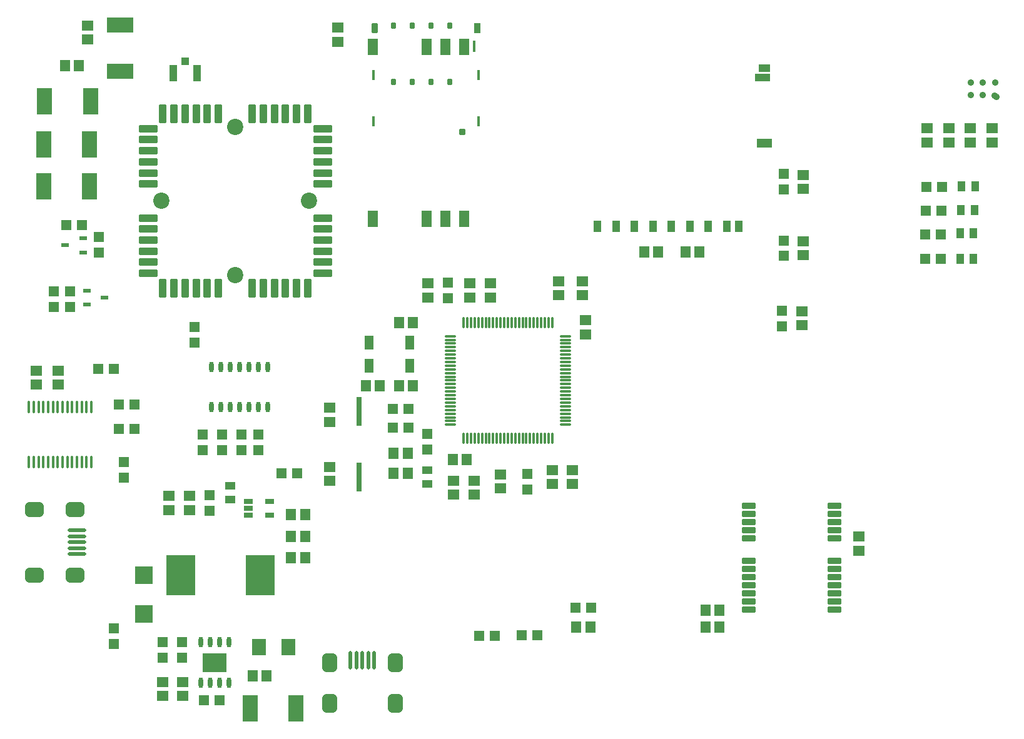
<source format=gtp>
G04 Layer_Color=8421504*
%FSLAX44Y44*%
%MOMM*%
G71*
G01*
G75*
%ADD11R,1.4500X1.3500*%
%ADD12R,1.3500X1.4500*%
G04:AMPARAMS|DCode=13|XSize=2mm|YSize=2.5mm|CornerRadius=0.5mm|HoleSize=0mm|Usage=FLASHONLY|Rotation=0.000|XOffset=0mm|YOffset=0mm|HoleType=Round|Shape=RoundedRectangle|*
%AMROUNDEDRECTD13*
21,1,2.0000,1.5000,0,0,0.0*
21,1,1.0000,2.5000,0,0,0.0*
1,1,1.0000,0.5000,-0.7500*
1,1,1.0000,-0.5000,-0.7500*
1,1,1.0000,-0.5000,0.7500*
1,1,1.0000,0.5000,0.7500*
%
%ADD13ROUNDEDRECTD13*%
%ADD14O,0.5000X2.5000*%
%ADD15R,1.0000X1.6000*%
%ADD16R,2.0000X1.2000*%
%ADD17R,1.5500X1.0000*%
%ADD18R,2.0000X1.0000*%
%ADD19R,3.5500X2.1500*%
%ADD20R,1.4000X1.5500*%
%ADD21R,1.5500X1.4000*%
%ADD22R,2.4500X2.4000*%
%ADD23R,2.1500X3.5500*%
%ADD24R,1.0000X1.4000*%
%ADD25R,1.9500X2.2500*%
%ADD26R,1.4000X1.0000*%
%ADD27R,3.9500X5.5000*%
%ADD28O,0.3500X1.6500*%
%ADD29O,1.6500X0.3500*%
G04:AMPARAMS|DCode=30|XSize=0.8mm|YSize=1.8mm|CornerRadius=0.1mm|HoleSize=0mm|Usage=FLASHONLY|Rotation=270.000|XOffset=0mm|YOffset=0mm|HoleType=Round|Shape=RoundedRectangle|*
%AMROUNDEDRECTD30*
21,1,0.8000,1.6000,0,0,270.0*
21,1,0.6000,1.8000,0,0,270.0*
1,1,0.2000,-0.8000,-0.3000*
1,1,0.2000,-0.8000,0.3000*
1,1,0.2000,0.8000,0.3000*
1,1,0.2000,0.8000,-0.3000*
%
%ADD30ROUNDEDRECTD30*%
%ADD31R,1.0000X0.6000*%
G04:AMPARAMS|DCode=32|XSize=2.5mm|YSize=1mm|CornerRadius=0.125mm|HoleSize=0mm|Usage=FLASHONLY|Rotation=90.000|XOffset=0mm|YOffset=0mm|HoleType=Round|Shape=RoundedRectangle|*
%AMROUNDEDRECTD32*
21,1,2.5000,0.7500,0,0,90.0*
21,1,2.2500,1.0000,0,0,90.0*
1,1,0.2500,0.3750,1.1250*
1,1,0.2500,0.3750,-1.1250*
1,1,0.2500,-0.3750,-1.1250*
1,1,0.2500,-0.3750,1.1250*
%
%ADD32ROUNDEDRECTD32*%
G04:AMPARAMS|DCode=33|XSize=2.5mm|YSize=1mm|CornerRadius=0.125mm|HoleSize=0mm|Usage=FLASHONLY|Rotation=180.000|XOffset=0mm|YOffset=0mm|HoleType=Round|Shape=RoundedRectangle|*
%AMROUNDEDRECTD33*
21,1,2.5000,0.7500,0,0,180.0*
21,1,2.2500,1.0000,0,0,180.0*
1,1,0.2500,-1.1250,0.3750*
1,1,0.2500,1.1250,0.3750*
1,1,0.2500,1.1250,-0.3750*
1,1,0.2500,-1.1250,-0.3750*
%
%ADD33ROUNDEDRECTD33*%
%ADD34C,2.2000*%
%ADD35O,0.6000X1.4500*%
%ADD36C,0.9100*%
%ADD37R,3.2000X2.5100*%
%ADD38R,1.2000X0.6500*%
G04:AMPARAMS|DCode=39|XSize=1.5mm|YSize=0.4mm|CornerRadius=0.05mm|HoleSize=0mm|Usage=FLASHONLY|Rotation=90.000|XOffset=0mm|YOffset=0mm|HoleType=Round|Shape=RoundedRectangle|*
%AMROUNDEDRECTD39*
21,1,1.5000,0.3000,0,0,90.0*
21,1,1.4000,0.4000,0,0,90.0*
1,1,0.1000,0.1500,0.7000*
1,1,0.1000,0.1500,-0.7000*
1,1,0.1000,-0.1500,-0.7000*
1,1,0.1000,-0.1500,0.7000*
%
%ADD39ROUNDEDRECTD39*%
G04:AMPARAMS|DCode=40|XSize=0.8mm|YSize=0.8mm|CornerRadius=0.1mm|HoleSize=0mm|Usage=FLASHONLY|Rotation=90.000|XOffset=0mm|YOffset=0mm|HoleType=Round|Shape=RoundedRectangle|*
%AMROUNDEDRECTD40*
21,1,0.8000,0.6000,0,0,90.0*
21,1,0.6000,0.8000,0,0,90.0*
1,1,0.2000,0.3000,0.3000*
1,1,0.2000,0.3000,-0.3000*
1,1,0.2000,-0.3000,-0.3000*
1,1,0.2000,-0.3000,0.3000*
%
%ADD40ROUNDEDRECTD40*%
G04:AMPARAMS|DCode=41|XSize=1.4mm|YSize=0.87mm|CornerRadius=0.1088mm|HoleSize=0mm|Usage=FLASHONLY|Rotation=90.000|XOffset=0mm|YOffset=0mm|HoleType=Round|Shape=RoundedRectangle|*
%AMROUNDEDRECTD41*
21,1,1.4000,0.6525,0,0,90.0*
21,1,1.1825,0.8700,0,0,90.0*
1,1,0.2175,0.3262,0.5913*
1,1,0.2175,0.3262,-0.5913*
1,1,0.2175,-0.3262,-0.5913*
1,1,0.2175,-0.3262,0.5913*
%
%ADD41ROUNDEDRECTD41*%
G04:AMPARAMS|DCode=42|XSize=1.4mm|YSize=0.42mm|CornerRadius=0.0525mm|HoleSize=0mm|Usage=FLASHONLY|Rotation=90.000|XOffset=0mm|YOffset=0mm|HoleType=Round|Shape=RoundedRectangle|*
%AMROUNDEDRECTD42*
21,1,1.4000,0.3150,0,0,90.0*
21,1,1.2950,0.4200,0,0,90.0*
1,1,0.1050,0.1575,0.6475*
1,1,0.1050,0.1575,-0.6475*
1,1,0.1050,-0.1575,-0.6475*
1,1,0.1050,-0.1575,0.6475*
%
%ADD42ROUNDEDRECTD42*%
G04:AMPARAMS|DCode=43|XSize=1.4mm|YSize=0.8mm|CornerRadius=0.1mm|HoleSize=0mm|Usage=FLASHONLY|Rotation=90.000|XOffset=0mm|YOffset=0mm|HoleType=Round|Shape=RoundedRectangle|*
%AMROUNDEDRECTD43*
21,1,1.4000,0.6000,0,0,90.0*
21,1,1.2000,0.8000,0,0,90.0*
1,1,0.2000,0.3000,0.6000*
1,1,0.2000,0.3000,-0.6000*
1,1,0.2000,-0.3000,-0.6000*
1,1,0.2000,-0.3000,0.6000*
%
%ADD43ROUNDEDRECTD43*%
G04:AMPARAMS|DCode=44|XSize=0.6mm|YSize=0.8mm|CornerRadius=0.075mm|HoleSize=0mm|Usage=FLASHONLY|Rotation=180.000|XOffset=0mm|YOffset=0mm|HoleType=Round|Shape=RoundedRectangle|*
%AMROUNDEDRECTD44*
21,1,0.6000,0.6500,0,0,180.0*
21,1,0.4500,0.8000,0,0,180.0*
1,1,0.1500,-0.2250,0.3250*
1,1,0.1500,0.2250,0.3250*
1,1,0.1500,0.2250,-0.3250*
1,1,0.1500,-0.2250,-0.3250*
%
%ADD44ROUNDEDRECTD44*%
%ADD45O,2.5000X0.5000*%
G04:AMPARAMS|DCode=46|XSize=2mm|YSize=2.5mm|CornerRadius=0.5mm|HoleSize=0mm|Usage=FLASHONLY|Rotation=270.000|XOffset=0mm|YOffset=0mm|HoleType=Round|Shape=RoundedRectangle|*
%AMROUNDEDRECTD46*
21,1,2.0000,1.5000,0,0,270.0*
21,1,1.0000,2.5000,0,0,270.0*
1,1,1.0000,-0.7500,-0.5000*
1,1,1.0000,-0.7500,0.5000*
1,1,1.0000,0.7500,0.5000*
1,1,1.0000,0.7500,-0.5000*
%
%ADD46ROUNDEDRECTD46*%
%ADD47R,1.3000X1.9000*%
%ADD48O,0.3000X1.8500*%
%ADD49R,0.6500X4.0000*%
G04:AMPARAMS|DCode=50|XSize=1.05mm|YSize=2.2mm|CornerRadius=0.0525mm|HoleSize=0mm|Usage=FLASHONLY|Rotation=180.000|XOffset=0mm|YOffset=0mm|HoleType=Round|Shape=RoundedRectangle|*
%AMROUNDEDRECTD50*
21,1,1.0500,2.0950,0,0,180.0*
21,1,0.9450,2.2000,0,0,180.0*
1,1,0.1050,-0.4725,1.0475*
1,1,0.1050,0.4725,1.0475*
1,1,0.1050,0.4725,-1.0475*
1,1,0.1050,-0.4725,-1.0475*
%
%ADD50ROUNDEDRECTD50*%
G04:AMPARAMS|DCode=51|XSize=1.1mm|YSize=1.1mm|CornerRadius=0.11mm|HoleSize=0mm|Usage=FLASHONLY|Rotation=180.000|XOffset=0mm|YOffset=0mm|HoleType=Round|Shape=RoundedRectangle|*
%AMROUNDEDRECTD51*
21,1,1.1000,0.8800,0,0,180.0*
21,1,0.8800,1.1000,0,0,180.0*
1,1,0.2200,-0.4400,0.4400*
1,1,0.2200,0.4400,0.4400*
1,1,0.2200,0.4400,-0.4400*
1,1,0.2200,-0.4400,-0.4400*
%
%ADD51ROUNDEDRECTD51*%
%ADD52R,1.4000X2.3000*%
D11*
X1558000Y977500D02*
D03*
Y998500D02*
D03*
X1545000Y773500D02*
D03*
Y752500D02*
D03*
X2449000Y1203500D02*
D03*
Y1182500D02*
D03*
X1997000Y1241500D02*
D03*
Y1220500D02*
D03*
X2451000Y1298500D02*
D03*
Y1277500D02*
D03*
X2451000Y1388500D02*
D03*
Y1367500D02*
D03*
X1969000Y1036500D02*
D03*
Y1015500D02*
D03*
X2104000Y982500D02*
D03*
Y961500D02*
D03*
X1524000Y1303500D02*
D03*
Y1282500D02*
D03*
X1691000Y1014500D02*
D03*
Y1035500D02*
D03*
X1665000Y1035500D02*
D03*
Y1014500D02*
D03*
X1654000Y1160500D02*
D03*
Y1181500D02*
D03*
X1717000Y1035500D02*
D03*
Y1014500D02*
D03*
X1740000D02*
D03*
Y1035500D02*
D03*
X1485000Y1208500D02*
D03*
Y1229500D02*
D03*
X1463000D02*
D03*
Y1208500D02*
D03*
X1611000Y754500D02*
D03*
Y733500D02*
D03*
X1637000Y754500D02*
D03*
Y733500D02*
D03*
X1674000Y953500D02*
D03*
Y932500D02*
D03*
D12*
X1544500Y1125000D02*
D03*
X1523500D02*
D03*
X1551500Y1043000D02*
D03*
X1572500D02*
D03*
X2096500Y764000D02*
D03*
X2117500D02*
D03*
X1551500Y1076000D02*
D03*
X1572500D02*
D03*
X1943500Y1070500D02*
D03*
X1922500D02*
D03*
Y1045000D02*
D03*
X1943500D02*
D03*
X2169500Y801000D02*
D03*
X2190500D02*
D03*
X2642500Y1274000D02*
D03*
X2663500D02*
D03*
X2663500Y1307000D02*
D03*
X2642500D02*
D03*
X2643500Y1339000D02*
D03*
X2664500D02*
D03*
X2644500Y1371000D02*
D03*
X2665500D02*
D03*
X1771500Y983000D02*
D03*
X1792500D02*
D03*
X1480500Y1319000D02*
D03*
X1501500D02*
D03*
X1687500Y676000D02*
D03*
X1666500D02*
D03*
X2039500Y763000D02*
D03*
X2060500D02*
D03*
D13*
X1925500Y672000D02*
D03*
X1836500D02*
D03*
X1925500Y727000D02*
D03*
X1836500D02*
D03*
D14*
X1865000Y730000D02*
D03*
X1873000D02*
D03*
X1881000D02*
D03*
X1889000D02*
D03*
X1897000D02*
D03*
D15*
X2199200Y1318000D02*
D03*
X2390800D02*
D03*
X2374300D02*
D03*
X2349300D02*
D03*
X2324300D02*
D03*
X2299300D02*
D03*
X2274200D02*
D03*
X2249200D02*
D03*
X2224200D02*
D03*
D16*
X2425000Y1430000D02*
D03*
D17*
Y1532000D02*
D03*
D18*
X2423000Y1519000D02*
D03*
D19*
X1553000Y1528000D02*
D03*
Y1590000D02*
D03*
D20*
X2318500Y1283000D02*
D03*
X2337500D02*
D03*
X2281500D02*
D03*
X2262500D02*
D03*
X2170500Y775000D02*
D03*
X2189500D02*
D03*
X1885500Y1102000D02*
D03*
X1904500D02*
D03*
X2022500Y1002000D02*
D03*
X2003500D02*
D03*
X1923500Y983000D02*
D03*
X1942500D02*
D03*
X1923500Y1010000D02*
D03*
X1942500D02*
D03*
X1930500Y1187000D02*
D03*
X1949500D02*
D03*
X1930500Y1102000D02*
D03*
X1949500D02*
D03*
X2345500Y775000D02*
D03*
X2364500D02*
D03*
X2345500Y798000D02*
D03*
X2364500D02*
D03*
X1803500Y869000D02*
D03*
X1784500D02*
D03*
X1803500Y898000D02*
D03*
X1784500D02*
D03*
X1803500Y927000D02*
D03*
X1784500D02*
D03*
X1751500Y709000D02*
D03*
X1732500D02*
D03*
X1478500Y1535000D02*
D03*
X1497500D02*
D03*
D21*
X2476000Y1183500D02*
D03*
Y1202500D02*
D03*
X2478000Y1368500D02*
D03*
Y1387500D02*
D03*
X1836500Y992000D02*
D03*
Y973000D02*
D03*
X2165000Y968500D02*
D03*
Y987500D02*
D03*
X2183000Y1190500D02*
D03*
Y1171500D02*
D03*
X2026000Y1240500D02*
D03*
Y1221500D02*
D03*
X2068000Y962500D02*
D03*
Y981500D02*
D03*
X2054000Y1240500D02*
D03*
Y1221500D02*
D03*
X2147000Y1243500D02*
D03*
Y1224500D02*
D03*
X2179000Y1243500D02*
D03*
Y1224500D02*
D03*
X2138000Y968500D02*
D03*
Y987500D02*
D03*
X2004000Y973500D02*
D03*
Y954500D02*
D03*
X2032000Y973500D02*
D03*
Y954500D02*
D03*
X1970000Y1240500D02*
D03*
Y1221500D02*
D03*
X2553000Y878500D02*
D03*
Y897500D02*
D03*
X2645000Y1431500D02*
D03*
Y1450500D02*
D03*
X1638000Y681500D02*
D03*
Y700500D02*
D03*
X1611000Y681500D02*
D03*
Y700500D02*
D03*
X1440000Y1122500D02*
D03*
Y1103500D02*
D03*
X1848000Y1567500D02*
D03*
Y1586500D02*
D03*
X1509000Y1589500D02*
D03*
Y1570500D02*
D03*
X1469000Y1122500D02*
D03*
Y1103500D02*
D03*
X1619000Y952500D02*
D03*
Y933500D02*
D03*
X1647000Y952500D02*
D03*
Y933500D02*
D03*
X1836500Y1053000D02*
D03*
Y1072000D02*
D03*
X2675000Y1431500D02*
D03*
Y1450500D02*
D03*
X2704000Y1431500D02*
D03*
Y1450500D02*
D03*
X2733000Y1431500D02*
D03*
Y1450500D02*
D03*
X2478000Y1278500D02*
D03*
Y1297500D02*
D03*
D22*
X1585000Y845000D02*
D03*
Y793000D02*
D03*
D23*
X1791000Y665000D02*
D03*
X1729000D02*
D03*
X1513000Y1487000D02*
D03*
X1451000D02*
D03*
X1512000Y1429000D02*
D03*
X1450000D02*
D03*
X1512000Y1372000D02*
D03*
X1450000D02*
D03*
D24*
X2708250Y1274000D02*
D03*
X2689750D02*
D03*
X2689750Y1308000D02*
D03*
X2708250D02*
D03*
X2709250Y1340000D02*
D03*
X2690750D02*
D03*
X2691750Y1372000D02*
D03*
X2710250D02*
D03*
D25*
X1781250Y748000D02*
D03*
X1740750D02*
D03*
D26*
X1702000Y966250D02*
D03*
Y947750D02*
D03*
X1969000Y987250D02*
D03*
Y968750D02*
D03*
D27*
X1635250Y845000D02*
D03*
X1742750D02*
D03*
D28*
X2018000Y1187250D02*
D03*
X2023000D02*
D03*
X2028000D02*
D03*
X2033000D02*
D03*
X2038000D02*
D03*
X2043000D02*
D03*
X2048000D02*
D03*
X2053000D02*
D03*
X2058000D02*
D03*
X2063000D02*
D03*
X2068000D02*
D03*
X2073000D02*
D03*
X2078000D02*
D03*
X2083000D02*
D03*
X2088000D02*
D03*
X2093000D02*
D03*
X2098000D02*
D03*
X2103000D02*
D03*
X2108000D02*
D03*
X2113000D02*
D03*
X2118000D02*
D03*
X2123000D02*
D03*
X2128000D02*
D03*
X2133000D02*
D03*
X2138000D02*
D03*
Y1030750D02*
D03*
X2133000D02*
D03*
X2128000D02*
D03*
X2123000D02*
D03*
X2118000D02*
D03*
X2113000D02*
D03*
X2108000D02*
D03*
X2103000D02*
D03*
X2098000D02*
D03*
X2093000D02*
D03*
X2088000D02*
D03*
X2083000D02*
D03*
X2078000D02*
D03*
X2073000D02*
D03*
X2068000D02*
D03*
X2063000D02*
D03*
X2058000D02*
D03*
X2053000D02*
D03*
X2048000D02*
D03*
X2043000D02*
D03*
X2038000D02*
D03*
X2033000D02*
D03*
X2028000D02*
D03*
X2023000D02*
D03*
X2018000D02*
D03*
D29*
X2156250Y1169000D02*
D03*
Y1164000D02*
D03*
Y1159000D02*
D03*
Y1154000D02*
D03*
Y1149000D02*
D03*
Y1144000D02*
D03*
Y1139000D02*
D03*
Y1134000D02*
D03*
Y1129000D02*
D03*
Y1124000D02*
D03*
Y1119000D02*
D03*
Y1114000D02*
D03*
Y1109000D02*
D03*
Y1104000D02*
D03*
Y1099000D02*
D03*
Y1094000D02*
D03*
Y1089000D02*
D03*
Y1084000D02*
D03*
Y1079000D02*
D03*
Y1074000D02*
D03*
Y1069000D02*
D03*
Y1064000D02*
D03*
Y1059000D02*
D03*
Y1054000D02*
D03*
Y1049000D02*
D03*
X1999750D02*
D03*
Y1054000D02*
D03*
Y1059000D02*
D03*
Y1064000D02*
D03*
Y1069000D02*
D03*
Y1074000D02*
D03*
Y1079000D02*
D03*
Y1084000D02*
D03*
Y1089000D02*
D03*
Y1094000D02*
D03*
Y1099000D02*
D03*
Y1104000D02*
D03*
Y1109000D02*
D03*
Y1114000D02*
D03*
Y1119000D02*
D03*
Y1124000D02*
D03*
Y1129000D02*
D03*
Y1134000D02*
D03*
Y1139000D02*
D03*
Y1144000D02*
D03*
Y1149000D02*
D03*
Y1154000D02*
D03*
Y1159000D02*
D03*
Y1164000D02*
D03*
Y1169000D02*
D03*
D30*
X2520000Y799000D02*
D03*
Y810000D02*
D03*
Y821000D02*
D03*
Y832000D02*
D03*
Y843000D02*
D03*
Y854000D02*
D03*
Y865000D02*
D03*
Y895000D02*
D03*
Y906000D02*
D03*
Y917000D02*
D03*
Y928000D02*
D03*
Y939000D02*
D03*
X2404000D02*
D03*
Y928000D02*
D03*
Y917000D02*
D03*
Y906000D02*
D03*
Y895000D02*
D03*
Y865000D02*
D03*
Y854000D02*
D03*
Y843000D02*
D03*
Y832000D02*
D03*
Y821000D02*
D03*
Y810000D02*
D03*
Y799000D02*
D03*
D31*
X1503000Y1282500D02*
D03*
Y1301500D02*
D03*
X1479000Y1292000D02*
D03*
X1508000Y1230500D02*
D03*
Y1211500D02*
D03*
X1532000Y1221000D02*
D03*
D32*
X1807000Y1470000D02*
D03*
X1792000D02*
D03*
X1777000D02*
D03*
X1762000D02*
D03*
X1747000D02*
D03*
X1732000D02*
D03*
X1686000D02*
D03*
X1671000D02*
D03*
X1656000D02*
D03*
X1641000D02*
D03*
X1626000D02*
D03*
X1611000D02*
D03*
X1807000Y1234000D02*
D03*
X1792000D02*
D03*
X1777000D02*
D03*
X1762000D02*
D03*
X1747000D02*
D03*
X1732000D02*
D03*
X1686000D02*
D03*
X1671000D02*
D03*
X1656000D02*
D03*
X1641000D02*
D03*
X1626000D02*
D03*
X1611000D02*
D03*
D33*
X1827000Y1450000D02*
D03*
Y1435000D02*
D03*
Y1420000D02*
D03*
Y1405000D02*
D03*
Y1390000D02*
D03*
Y1375000D02*
D03*
Y1329000D02*
D03*
Y1314000D02*
D03*
Y1299000D02*
D03*
Y1284000D02*
D03*
Y1269000D02*
D03*
Y1254000D02*
D03*
X1591000D02*
D03*
Y1269000D02*
D03*
Y1284000D02*
D03*
Y1299000D02*
D03*
Y1314000D02*
D03*
Y1329000D02*
D03*
Y1375000D02*
D03*
Y1390000D02*
D03*
Y1405000D02*
D03*
Y1420000D02*
D03*
Y1435000D02*
D03*
Y1450000D02*
D03*
D34*
X1609000Y1352000D02*
D03*
X1709000Y1252000D02*
D03*
X1809000Y1352000D02*
D03*
X1709000Y1452000D02*
D03*
D35*
X1676900Y1072750D02*
D03*
X1689600D02*
D03*
X1702300D02*
D03*
X1715000D02*
D03*
X1727700D02*
D03*
X1740400D02*
D03*
X1753100D02*
D03*
X1676900Y1127250D02*
D03*
X1689600D02*
D03*
X1702300D02*
D03*
X1715000D02*
D03*
X1727700D02*
D03*
X1740400D02*
D03*
X1753100D02*
D03*
X1700050Y754250D02*
D03*
X1687350D02*
D03*
X1674650D02*
D03*
X1661950D02*
D03*
X1700050Y699750D02*
D03*
X1687350D02*
D03*
X1674650D02*
D03*
X1661950D02*
D03*
D36*
X2737500Y1512250D02*
D03*
X2737000Y1495000D02*
D03*
X2721000Y1512250D02*
D03*
Y1495750D02*
D03*
X2704500Y1512250D02*
D03*
Y1495750D02*
D03*
X2739000Y1493000D02*
D03*
D37*
X1681000Y727000D02*
D03*
D38*
X1755750Y945500D02*
D03*
Y926500D02*
D03*
X1726250D02*
D03*
Y936000D02*
D03*
Y945500D02*
D03*
D39*
X2032200Y1561200D02*
D03*
D40*
X2016600Y1445900D02*
D03*
D41*
X2036300Y1585900D02*
D03*
D42*
X2038000Y1522400D02*
D03*
Y1459800D02*
D03*
X1895700D02*
D03*
Y1522400D02*
D03*
D43*
X1897300Y1585900D02*
D03*
D44*
X1999200Y1589200D02*
D03*
X1973800D02*
D03*
X1948400D02*
D03*
X1923000D02*
D03*
X1999200Y1513000D02*
D03*
X1973800D02*
D03*
X1948400D02*
D03*
X1923000D02*
D03*
D45*
X1495000Y874000D02*
D03*
Y882000D02*
D03*
Y890000D02*
D03*
Y898000D02*
D03*
Y906000D02*
D03*
D46*
X1492000Y934500D02*
D03*
Y845500D02*
D03*
X1437000Y934500D02*
D03*
Y845500D02*
D03*
D47*
X1890000Y1128500D02*
D03*
X1945000D02*
D03*
X1890000Y1160500D02*
D03*
X1945000D02*
D03*
D48*
X1429750Y998750D02*
D03*
X1436250D02*
D03*
X1442750D02*
D03*
X1449250D02*
D03*
X1455750D02*
D03*
X1462250D02*
D03*
X1468750D02*
D03*
X1475250D02*
D03*
X1481750D02*
D03*
X1488250D02*
D03*
X1494750D02*
D03*
X1501250D02*
D03*
X1507750D02*
D03*
X1514250D02*
D03*
X1429750Y1073250D02*
D03*
X1436250D02*
D03*
X1442750D02*
D03*
X1449250D02*
D03*
X1455750D02*
D03*
X1462250D02*
D03*
X1468750D02*
D03*
X1475250D02*
D03*
X1481750D02*
D03*
X1488250D02*
D03*
X1494750D02*
D03*
X1501250D02*
D03*
X1507750D02*
D03*
X1514250D02*
D03*
D49*
X1876500Y978000D02*
D03*
Y1067000D02*
D03*
D50*
X1625000Y1525000D02*
D03*
X1657000D02*
D03*
D51*
X1641000Y1541000D02*
D03*
D52*
X1895000Y1561000D02*
D03*
X1968200D02*
D03*
X1993600D02*
D03*
X2019000D02*
D03*
X1895000Y1327870D02*
D03*
X1968200D02*
D03*
X1993600D02*
D03*
X2019000D02*
D03*
M02*

</source>
